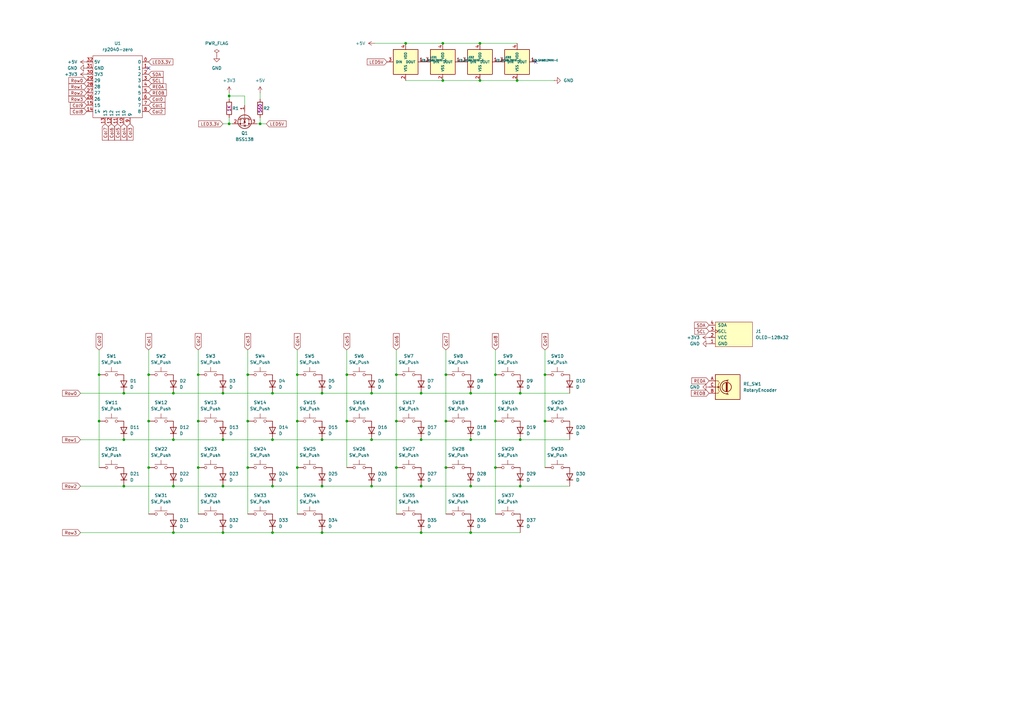
<source format=kicad_sch>
(kicad_sch (version 20231120) (generator "eeschema") (generator_version "8.0")
  (paper "A3")
  (lib_symbols
    (symbol "Device:D" (pin_numbers hide) (pin_names (offset 1.016) hide)
      (property "Reference" "D" (at 0 2.54 0))
      (property "Value" "D" (at 0 -2.54 0))
      (symbol "D_0_1"
        (polyline (pts (xy -1.27 1.27) (xy -1.27 -1.27)) (stroke (width 0.254)))
        (polyline (pts (xy 1.27 0) (xy -1.27 0)))
        (polyline (pts (xy 1.27 1.27) (xy 1.27 -1.27) (xy -1.27 0) (xy 1.27 1.27)) (stroke (width 0.254)))
      )
      (symbol "D_1_1"
        (pin passive line (at -3.81 0 0) (length 2.54) (name "K") (number "1"))
        (pin passive line (at 3.81 0 180) (length 2.54) (name "A") (number "2"))
      )
    )
    (symbol "Device:R" (pin_numbers hide) (pin_names (offset 0))
      (property "Reference" "R" (at 2.032 0 90))
      (property "Value" "R" (at 0 0 90))
      (symbol "R_0_1"
        (rectangle (start -1.016 -2.54) (end 1.016 2.54) (stroke (width 0.254)))
      )
      (symbol "R_1_1"
        (pin passive line (at 0 3.81 270) (length 1.27) (name "~") (number "1"))
        (pin passive line (at 0 -3.81 90) (length 1.27) (name "~") (number "2"))
      )
    )
    (symbol "Device:RotaryEncoder" (pin_names (offset 0.254) hide)
      (property "Reference" "SW" (at 0 6.604 0))
      (property "Value" "RotaryEncoder" (at 0 -6.604 0))
      (symbol "RotaryEncoder_0_1"
        (rectangle (start -5.08 5.08) (end 5.08 -5.08) (stroke (width 0.254)) (fill (type background)))
        (circle (center -3.81 0) (radius 0.254) (fill (type outline)))
        (circle (center -0.381 0) (radius 1.905) (stroke (width 0.254)))
        (arc (start -0.381 2.667) (mid -3.0988 -0.0635) (end -0.381 -2.794) (stroke (width 0.254)))
        (polyline (pts (xy -0.635 -1.778) (xy -0.635 1.778)) (stroke (width 0.254)))
        (polyline (pts (xy -0.381 -1.778) (xy -0.381 1.778)) (stroke (width 0.254)))
        (polyline (pts (xy -0.127 1.778) (xy -0.127 -1.778)) (stroke (width 0.254)))
        (polyline (pts (xy -5.08 -2.54) (xy -3.81 -2.54) (xy -3.81 -2.032)))
        (polyline (pts (xy -5.08 2.54) (xy -3.81 2.54) (xy -3.81 2.032)))
        (polyline (pts (xy 0.254 -3.048) (xy -0.508 -2.794) (xy 0.127 -2.413)) (stroke (width 0.254)))
        (polyline (pts (xy 0.254 2.921) (xy -0.508 2.667) (xy 0.127 2.286)) (stroke (width 0.254)))
        (polyline (pts (xy -5.08 0) (xy -3.81 0) (xy -3.81 -1.016) (xy -3.302 -2.032)))
        (polyline (pts (xy -4.318 0) (xy -3.81 0) (xy -3.81 1.016) (xy -3.302 2.032)))
      )
      (symbol "RotaryEncoder_1_1"
        (pin passive line (at -7.62 2.54 0) (length 2.54) (name "A") (number "A"))
        (pin passive line (at -7.62 -2.54 0) (length 2.54) (name "B") (number "B"))
        (pin passive line (at -7.62 0 0) (length 2.54) (name "C") (number "C"))
      )
    )
    (symbol "Salicylic_kbd:LED_SK6812MINI-E" (pin_names (offset 1.016))
      (property "Reference" "LED" (at 5.08 -10.16 0))
      (property "Value" "LED_SK6812MINI-E" (at 8.89 -8.89 0))
      (symbol "LED_SK6812MINI-E_0_1"
        (rectangle (start -5.08 5.08) (end 5.08 -5.08) (stroke (width 0.254)) (fill (type background)))
      )
      (symbol "LED_SK6812MINI-E_1_1"
        (pin output line (at 7.62 0 180) (length 2.54) (name "DOUT") (number "1"))
        (pin power_in line (at 0 -7.62 90) (length 2.54) (name "VSS") (number "2"))
        (pin input line (at -7.62 0 0) (length 2.54) (name "DIN") (number "3"))
        (pin power_in line (at 0 7.62 270) (length 2.54) (name "VDD") (number "4"))
      )
    )
    (symbol "Switch:SW_Push" (pin_numbers hide) (pin_names (offset 1.016) hide)
      (property "Reference" "SW" (at 1.27 2.54 0))
      (property "Value" "SW_Push" (at 0 -1.524 0))
      (symbol "SW_Push_0_1"
        (circle (center -2.032 0) (radius 0.508))
        (polyline (pts (xy 0 1.27) (xy 0 3.048)))
        (polyline (pts (xy 2.54 1.27) (xy -2.54 1.27)))
        (circle (center 2.032 0) (radius 0.508))
        (pin passive line (at -5.08 0 0) (length 2.54) (name "1") (number "1"))
        (pin passive line (at 5.08 0 180) (length 2.54) (name "2") (number "2"))
      )
    )
    (symbol "Transistor_FET:BSS138" (pin_names hide)
      (property "Reference" "Q" (at 5.08 1.905 0))
      (property "Value" "BSS138" (at 5.08 0 0))
      (symbol "BSS138_0_1"
        (polyline (pts (xy 0.254 0) (xy -2.54 0)))
        (polyline (pts (xy 0.254 1.905) (xy 0.254 -1.905)) (stroke (width 0.254)))
        (polyline (pts (xy 0.762 -1.27) (xy 0.762 -2.286)) (stroke (width 0.254)))
        (polyline (pts (xy 0.762 0.508) (xy 0.762 -0.508)) (stroke (width 0.254)))
        (polyline (pts (xy 0.762 2.286) (xy 0.762 1.27)) (stroke (width 0.254)))
        (polyline (pts (xy 2.54 2.54) (xy 2.54 1.778)))
        (polyline (pts (xy 2.54 -2.54) (xy 2.54 0) (xy 0.762 0)))
        (polyline (pts (xy 0.762 -1.778) (xy 3.302 -1.778) (xy 3.302 1.778) (xy 0.762 1.778)))
        (polyline (pts (xy 1.016 0) (xy 2.032 0.381) (xy 2.032 -0.381) (xy 1.016 0)) (fill (type outline)))
        (polyline (pts (xy 2.794 0.508) (xy 2.921 0.381) (xy 3.683 0.381) (xy 3.81 0.254)))
        (polyline (pts (xy 3.302 0.381) (xy 2.921 -0.254) (xy 3.683 -0.254) (xy 3.302 0.381)))
        (circle (center 1.651 0) (radius 2.794) (stroke (width 0.254)))
        (circle (center 2.54 -1.778) (radius 0.254) (fill (type outline)))
        (circle (center 2.54 1.778) (radius 0.254) (fill (type outline)))
      )
      (symbol "BSS138_1_1"
        (pin input line (at -5.08 0 0) (length 2.54) (name "G") (number "1"))
        (pin passive line (at 2.54 -5.08 90) (length 2.54) (name "S") (number "2"))
        (pin passive line (at 2.54 5.08 270) (length 2.54) (name "D") (number "3"))
      )
    )
    (symbol "display:OLED-128x32" (pin_names (offset 1.016))
      (property "Reference" "J" (at 0 -6.35 0))
      (property "Value" "OLED-128x32" (at 0 6.35 0))
      (symbol "OLED-128x32_0_1"
        (rectangle (start 0 5.08) (end 15.24 -5.08) (fill (type background)))
      )
      (symbol "OLED-128x32_1_1"
        (pin power_in line (at -2.54 -3.81 0) (length 2.54) (name "GND") (number "1"))
        (pin power_in line (at -2.54 -1.27 0) (length 2.54) (name "VCC") (number "2"))
        (pin input clock (at -2.54 1.27 0) (length 2.54) (name "SCL") (number "3"))
        (pin bidirectional line (at -2.54 3.81 0) (length 2.54) (name "SDA") (number "4"))
      )
    )
    (symbol "isw-mcu:RP2040-Zero"
      (property "Reference" "U" (at 0 17.78 0))
      (property "Value" "RP2040-Zero" (at 0 15.24 0))
      (symbol "RP2040-Zero_0_1"
        (rectangle (start -10.16 12.7) (end 10.16 -12.7))
      )
      (symbol "RP2040-Zero_1_1"
        (pin tri_state line (at 12.7 10.16 180) (length 2.54) (name "0") (number "0"))
        (pin bidirectional line (at 12.7 7.62 180) (length 2.54) (name "1") (number "1"))
        (pin bidirectional line (at 2.54 -15.24 90) (length 2.54) (name "10") (number "10"))
        (pin bidirectional line (at 0 -15.24 90) (length 2.54) (name "11") (number "11"))
        (pin bidirectional line (at -2.54 -15.24 90) (length 2.54) (name "12") (number "12"))
        (pin bidirectional line (at -5.08 -15.24 90) (length 2.54) (name "13") (number "13"))
        (pin bidirectional line (at -12.7 -10.16 0) (length 2.54) (name "14") (number "14"))
        (pin bidirectional line (at -12.7 -7.62 0) (length 2.54) (name "15") (number "15"))
        (pin bidirectional line (at 12.7 5.08 180) (length 2.54) (name "2") (number "2"))
        (pin bidirectional line (at -12.7 -5.08 0) (length 2.54) (name "26") (number "26"))
        (pin bidirectional line (at -12.7 -2.54 0) (length 2.54) (name "27") (number "27"))
        (pin bidirectional line (at -12.7 0 0) (length 2.54) (name "28") (number "28"))
        (pin bidirectional line (at -12.7 2.54 0) (length 2.54) (name "29") (number "29"))
        (pin bidirectional line (at 12.7 2.54 180) (length 2.54) (name "3") (number "3"))
        (pin power_out line (at -12.7 5.08 0) (length 2.54) (name "3V3") (number "30"))
        (pin power_in line (at -12.7 7.62 0) (length 2.54) (name "GND") (number "31"))
        (pin power_out line (at -12.7 10.16 0) (length 2.54) (name "5V") (number "32"))
        (pin bidirectional line (at 12.7 0 180) (length 2.54) (name "4") (number "4"))
        (pin bidirectional line (at 12.7 -2.54 180) (length 2.54) (name "5") (number "5"))
        (pin bidirectional line (at 12.7 -5.08 180) (length 2.54) (name "6") (number "6"))
        (pin bidirectional line (at 12.7 -7.62 180) (length 2.54) (name "7") (number "7"))
        (pin bidirectional line (at 12.7 -10.16 180) (length 2.54) (name "8") (number "8"))
        (pin bidirectional line (at 5.08 -15.24 90) (length 2.54) (name "9") (number "9"))
      )
    )
    (symbol "power:+3V3" (power) (pin_numbers hide) (pin_names (offset 0) hide)
      (property "Value" "+3V3" (at 0 3.556 0))
      (symbol "+3V3_0_1"
        (polyline (pts (xy -0.762 1.27) (xy 0 2.54)))
        (polyline (pts (xy 0 0) (xy 0 2.54)))
        (polyline (pts (xy 0 2.54) (xy 0.762 1.27)))
      )
      (symbol "+3V3_1_1"
        (pin power_in line (at 0 0 90) (length 0) (name "~") (number "1"))
      )
    )
    (symbol "power:+5V" (power) (pin_numbers hide) (pin_names (offset 0) hide)
      (property "Value" "+5V" (at 0 3.556 0))
      (symbol "+5V_0_1"
        (polyline (pts (xy -0.762 1.27) (xy 0 2.54)))
        (polyline (pts (xy 0 0) (xy 0 2.54)))
        (polyline (pts (xy 0 2.54) (xy 0.762 1.27)))
      )
      (symbol "+5V_1_1"
        (pin power_in line (at 0 0 90) (length 0) (name "~") (number "1"))
      )
    )
    (symbol "power:GND" (power) (pin_numbers hide) (pin_names (offset 0) hide)
      (property "Value" "GND" (at 0 -3.81 0))
      (symbol "GND_0_1"
        (polyline (pts (xy 0 0) (xy 0 -1.27) (xy 1.27 -1.27) (xy 0 -2.54) (xy -1.27 -1.27) (xy 0 -1.27)))
      )
      (symbol "GND_1_1"
        (pin power_in line (at 0 0 270) (length 0) (name "~") (number "1"))
      )
    )
    (symbol "power:PWR_FLAG" (power) (pin_numbers hide) (pin_names (offset 0) hide)
      (property "Value" "PWR_FLAG" (at 0 3.81 0))
      (symbol "PWR_FLAG_0_0"
        (pin power_out line (at 0 0 90) (length 0) (name "~") (number "1"))
      )
      (symbol "PWR_FLAG_0_1"
        (polyline (pts (xy 0 0) (xy 0 1.27) (xy -1.016 1.905) (xy 0 2.54) (xy 1.016 1.905) (xy 0 1.27)))
      )
    )
  )
  (junction (at 172.72 218.44))
  (junction (at 111.76 161.29))
  (junction (at 101.6 153.67))
  (junction (at 71.12 161.29))
  (junction (at 71.12 199.39))
  (junction (at 152.4 161.29))
  (junction (at 181.61 17.78))
  (junction (at 71.12 218.44))
  (junction (at 162.56 191.77))
  (junction (at 40.64 153.67))
  (junction (at 193.04 218.44))
  (junction (at 223.52 153.67))
  (junction (at 106.68 50.8))
  (junction (at 152.4 180.34))
  (junction (at 71.12 180.34))
  (junction (at 193.04 161.29))
  (junction (at 91.44 161.29))
  (junction (at 203.2 191.77))
  (junction (at 60.96 153.67))
  (junction (at 181.61 33.02))
  (junction (at 93.98 50.8))
  (junction (at 182.88 191.77))
  (junction (at 132.08 161.29))
  (junction (at 223.52 172.72))
  (junction (at 81.28 172.72))
  (junction (at 81.28 153.67))
  (junction (at 101.6 172.72))
  (junction (at 132.08 180.34))
  (junction (at 60.96 191.77))
  (junction (at 132.08 199.39))
  (junction (at 213.36 199.39))
  (junction (at 40.64 172.72))
  (junction (at 172.72 161.29))
  (junction (at 91.44 199.39))
  (junction (at 152.4 199.39))
  (junction (at 212.09 33.02))
  (junction (at 121.92 153.67))
  (junction (at 111.76 199.39))
  (junction (at 162.56 172.72))
  (junction (at 121.92 191.77))
  (junction (at 196.85 33.02))
  (junction (at 111.76 180.34))
  (junction (at 111.76 218.44))
  (junction (at 193.04 199.39))
  (junction (at 193.04 180.34))
  (junction (at 60.96 172.72))
  (junction (at 142.24 153.67))
  (junction (at 166.37 17.78))
  (junction (at 132.08 218.44))
  (junction (at 213.36 180.34))
  (junction (at 182.88 153.67))
  (junction (at 50.8 180.34))
  (junction (at 121.92 172.72))
  (junction (at 50.8 199.39))
  (junction (at 172.72 180.34))
  (junction (at 182.88 172.72))
  (junction (at 81.28 191.77))
  (junction (at 162.56 153.67))
  (junction (at 213.36 161.29))
  (junction (at 142.24 172.72))
  (junction (at 91.44 180.34))
  (junction (at 196.85 17.78))
  (junction (at 101.6 191.77))
  (junction (at 172.72 199.39))
  (junction (at 50.8 161.29))
  (junction (at 203.2 153.67))
  (junction (at 93.98 39.37))
  (junction (at 203.2 172.72))
  (junction (at 91.44 218.44))
  (no_connect (at 219.71 25.4))
  (no_connect (at 60.96 27.94))
  (wire (pts (xy 172.72 199.39) (xy 193.04 199.39)))
  (wire (pts (xy 71.12 218.44) (xy 91.44 218.44)))
  (wire (pts (xy 81.28 153.67) (xy 81.28 172.72)))
  (wire (pts (xy 33.02 161.29) (xy 50.8 161.29)))
  (wire (pts (xy 182.88 143.51) (xy 182.88 153.67)))
  (wire (pts (xy 132.08 180.34) (xy 111.76 180.34)))
  (wire (pts (xy 152.4 180.34) (xy 132.08 180.34)))
  (wire (pts (xy 33.02 199.39) (xy 50.8 199.39)))
  (wire (pts (xy 193.04 218.44) (xy 213.36 218.44)))
  (wire (pts (xy 162.56 191.77) (xy 162.56 210.82)))
  (wire (pts (xy 101.6 191.77) (xy 101.6 210.82)))
  (wire (pts (xy 213.36 161.29) (xy 233.68 161.29)))
  (wire (pts (xy 142.24 153.67) (xy 142.24 172.72)))
  (wire (pts (xy 233.68 180.34) (xy 213.36 180.34)))
  (wire (pts (xy 166.37 33.02) (xy 181.61 33.02)))
  (wire (pts (xy 50.8 161.29) (xy 71.12 161.29)))
  (wire (pts (xy 203.2 143.51) (xy 203.2 153.67)))
  (wire (pts (xy 111.76 161.29) (xy 132.08 161.29)))
  (wire (pts (xy 223.52 153.67) (xy 223.52 172.72)))
  (wire (pts (xy 60.96 191.77) (xy 60.96 210.82)))
  (wire (pts (xy 60.96 153.67) (xy 60.96 172.72)))
  (wire (pts (xy 166.37 17.78) (xy 181.61 17.78)))
  (wire (pts (xy 100.33 39.37) (xy 93.98 39.37)))
  (wire (pts (xy 172.72 218.44) (xy 193.04 218.44)))
  (wire (pts (xy 91.44 180.34) (xy 71.12 180.34)))
  (wire (pts (xy 182.88 172.72) (xy 182.88 191.77)))
  (wire (pts (xy 162.56 153.67) (xy 162.56 172.72)))
  (wire (pts (xy 101.6 153.67) (xy 101.6 172.72)))
  (wire (pts (xy 223.52 143.51) (xy 223.52 153.67)))
  (wire (pts (xy 203.2 191.77) (xy 203.2 210.82)))
  (wire (pts (xy 60.96 172.72) (xy 60.96 191.77)))
  (wire (pts (xy 172.72 161.29) (xy 193.04 161.29)))
  (wire (pts (xy 182.88 153.67) (xy 182.88 172.72)))
  (wire (pts (xy 100.33 43.18) (xy 100.33 39.37)))
  (wire (pts (xy 196.85 17.78) (xy 212.09 17.78)))
  (wire (pts (xy 81.28 143.51) (xy 81.28 153.67)))
  (wire (pts (xy 162.56 172.72) (xy 162.56 191.77)))
  (wire (pts (xy 193.04 180.34) (xy 172.72 180.34)))
  (wire (pts (xy 93.98 48.26) (xy 93.98 50.8)))
  (wire (pts (xy 93.98 50.8) (xy 95.25 50.8)))
  (wire (pts (xy 132.08 218.44) (xy 172.72 218.44)))
  (wire (pts (xy 121.92 172.72) (xy 121.92 191.77)))
  (wire (pts (xy 40.64 172.72) (xy 40.64 191.77)))
  (wire (pts (xy 203.2 172.72) (xy 203.2 191.77)))
  (wire (pts (xy 105.41 50.8) (xy 106.68 50.8)))
  (wire (pts (xy 106.68 48.26) (xy 106.68 50.8)))
  (wire (pts (xy 81.28 172.72) (xy 81.28 191.77)))
  (wire (pts (xy 213.36 199.39) (xy 233.68 199.39)))
  (wire (pts (xy 91.44 161.29) (xy 111.76 161.29)))
  (wire (pts (xy 91.44 218.44) (xy 111.76 218.44)))
  (wire (pts (xy 132.08 161.29) (xy 152.4 161.29)))
  (wire (pts (xy 91.44 50.8) (xy 93.98 50.8)))
  (wire (pts (xy 93.98 38.1) (xy 93.98 39.37)))
  (wire (pts (xy 193.04 199.39) (xy 213.36 199.39)))
  (wire (pts (xy 182.88 191.77) (xy 182.88 210.82)))
  (wire (pts (xy 111.76 180.34) (xy 91.44 180.34)))
  (wire (pts (xy 111.76 218.44) (xy 132.08 218.44)))
  (wire (pts (xy 111.76 199.39) (xy 132.08 199.39)))
  (wire (pts (xy 193.04 161.29) (xy 213.36 161.29)))
  (wire (pts (xy 121.92 153.67) (xy 121.92 172.72)))
  (wire (pts (xy 71.12 199.39) (xy 91.44 199.39)))
  (wire (pts (xy 121.92 191.77) (xy 121.92 210.82)))
  (wire (pts (xy 162.56 143.51) (xy 162.56 153.67)))
  (wire (pts (xy 172.72 180.34) (xy 152.4 180.34)))
  (wire (pts (xy 196.85 33.02) (xy 212.09 33.02)))
  (wire (pts (xy 153.67 17.78) (xy 166.37 17.78)))
  (wire (pts (xy 91.44 199.39) (xy 111.76 199.39)))
  (wire (pts (xy 203.2 153.67) (xy 203.2 172.72)))
  (wire (pts (xy 223.52 172.72) (xy 223.52 191.77)))
  (wire (pts (xy 101.6 143.51) (xy 101.6 153.67)))
  (wire (pts (xy 33.02 218.44) (xy 71.12 218.44)))
  (wire (pts (xy 40.64 153.67) (xy 40.64 172.72)))
  (wire (pts (xy 142.24 143.51) (xy 142.24 153.67)))
  (wire (pts (xy 181.61 33.02) (xy 196.85 33.02)))
  (wire (pts (xy 93.98 39.37) (xy 93.98 40.64)))
  (wire (pts (xy 60.96 143.51) (xy 60.96 153.67)))
  (wire (pts (xy 142.24 172.72) (xy 142.24 191.77)))
  (wire (pts (xy 101.6 172.72) (xy 101.6 191.77)))
  (wire (pts (xy 71.12 180.34) (xy 50.8 180.34)))
  (wire (pts (xy 106.68 50.8) (xy 109.22 50.8)))
  (wire (pts (xy 132.08 199.39) (xy 152.4 199.39)))
  (wire (pts (xy 212.09 33.02) (xy 227.33 33.02)))
  (wire (pts (xy 71.12 161.29) (xy 91.44 161.29)))
  (wire (pts (xy 152.4 161.29) (xy 172.72 161.29)))
  (wire (pts (xy 181.61 17.78) (xy 196.85 17.78)))
  (wire (pts (xy 106.68 38.1) (xy 106.68 40.64)))
  (wire (pts (xy 213.36 180.34) (xy 193.04 180.34)))
  (wire (pts (xy 121.92 143.51) (xy 121.92 153.67)))
  (wire (pts (xy 81.28 191.77) (xy 81.28 210.82)))
  (wire (pts (xy 152.4 199.39) (xy 172.72 199.39)))
  (wire (pts (xy 33.02 180.34) (xy 50.8 180.34)))
  (wire (pts (xy 50.8 199.39) (xy 71.12 199.39)))
  (wire (pts (xy 40.64 143.51) (xy 40.64 153.67)))
  (global_label "Row3" (shape input) (at 35.56 40.64 180) (property "Intersheetrefs" "${INTERSHEET_REFS}" (effects (hide yes))))
  (global_label "Col0" (shape input) (at 60.96 40.64 0) (property "Intersheetrefs" "${INTERSHEET_REFS}" (effects (hide yes))))
  (global_label "Col6" (shape input) (at 162.56 143.51 90) (property "Intersheetrefs" "${INTERSHEET_REFS}" (effects (hide yes))))
  (global_label "LED5V" (shape input) (at 109.22 50.8 0) (property "Intersheetrefs" "${INTERSHEET_REFS}" (effects (hide yes))))
  (global_label "Col3" (shape input) (at 53.34 50.8 270) (property "Intersheetrefs" "${INTERSHEET_REFS}" (effects (hide yes))))
  (global_label "Col7" (shape input) (at 182.88 143.51 90) (property "Intersheetrefs" "${INTERSHEET_REFS}" (effects (hide yes))))
  (global_label "Col5" (shape input) (at 142.24 143.51 90) (property "Intersheetrefs" "${INTERSHEET_REFS}" (effects (hide yes))))
  (global_label "Row0" (shape input) (at 33.02 161.29 180) (property "Intersheetrefs" "${INTERSHEET_REFS}" (effects (hide yes))))
  (global_label "Row1" (shape input) (at 35.56 35.56 180) (property "Intersheetrefs" "${INTERSHEET_REFS}" (effects (hide yes))))
  (global_label "Col5" (shape input) (at 48.26 50.8 270) (property "Intersheetrefs" "${INTERSHEET_REFS}" (effects (hide yes))))
  (global_label "Col9" (shape input) (at 35.56 43.18 180) (property "Intersheetrefs" "${INTERSHEET_REFS}" (effects (hide yes))))
  (global_label "SCL" (shape input) (at 290.83 135.89 180) (property "Intersheetrefs" "${INTERSHEET_REFS}" (effects (hide yes))))
  (global_label "Col8" (shape input) (at 35.56 45.72 180) (property "Intersheetrefs" "${INTERSHEET_REFS}" (effects (hide yes))))
  (global_label "SCL" (shape input) (at 60.96 33.02 0) (property "Intersheetrefs" "${INTERSHEET_REFS}" (effects (hide yes))))
  (global_label "RE0A" (shape input) (at 290.83 156.21 180) (property "Intersheetrefs" "${INTERSHEET_REFS}" (effects (hide yes))))
  (global_label "Col2" (shape input) (at 81.28 143.51 90) (property "Intersheetrefs" "${INTERSHEET_REFS}" (effects (hide yes))))
  (global_label "Col1" (shape input) (at 60.96 43.18 0) (property "Intersheetrefs" "${INTERSHEET_REFS}" (effects (hide yes))))
  (global_label "Col7" (shape input) (at 43.18 50.8 270) (property "Intersheetrefs" "${INTERSHEET_REFS}" (effects (hide yes))))
  (global_label "Row2" (shape input) (at 35.56 38.1 180) (property "Intersheetrefs" "${INTERSHEET_REFS}" (effects (hide yes))))
  (global_label "LED3.3V" (shape input) (at 60.96 25.4 0) (property "Intersheetrefs" "${INTERSHEET_REFS}" (effects (hide yes))))
  (global_label "SDA" (shape input) (at 60.96 30.48 0) (property "Intersheetrefs" "${INTERSHEET_REFS}" (effects (hide yes))))
  (global_label "Row3" (shape input) (at 33.02 218.44 180) (property "Intersheetrefs" "${INTERSHEET_REFS}" (effects (hide yes))))
  (global_label "LED5V" (shape input) (at 158.75 25.4 180) (property "Intersheetrefs" "${INTERSHEET_REFS}" (effects (hide yes))))
  (global_label "Row1" (shape input) (at 33.02 180.34 180) (property "Intersheetrefs" "${INTERSHEET_REFS}" (effects (hide yes))))
  (global_label "Col3" (shape input) (at 101.6 143.51 90) (property "Intersheetrefs" "${INTERSHEET_REFS}" (effects (hide yes))))
  (global_label "Row0" (shape input) (at 35.56 33.02 180) (property "Intersheetrefs" "${INTERSHEET_REFS}" (effects (hide yes))))
  (global_label "RE0B" (shape input) (at 290.83 161.29 180) (property "Intersheetrefs" "${INTERSHEET_REFS}" (effects (hide yes))))
  (global_label "Col6" (shape input) (at 45.72 50.8 270) (property "Intersheetrefs" "${INTERSHEET_REFS}" (effects (hide yes))))
  (global_label "SDA" (shape input) (at 290.83 133.35 180) (property "Intersheetrefs" "${INTERSHEET_REFS}" (effects (hide yes))))
  (global_label "LED3.3V" (shape input) (at 91.44 50.8 180) (property "Intersheetrefs" "${INTERSHEET_REFS}" (effects (hide yes))))
  (global_label "Row2" (shape input) (at 33.02 199.39 180) (property "Intersheetrefs" "${INTERSHEET_REFS}" (effects (hide yes))))
  (global_label "RE0A" (shape input) (at 60.96 35.56 0) (property "Intersheetrefs" "${INTERSHEET_REFS}" (effects (hide yes))))
  (global_label "Col8" (shape input) (at 203.2 143.51 90) (property "Intersheetrefs" "${INTERSHEET_REFS}" (effects (hide yes))))
  (global_label "Col0" (shape input) (at 40.64 143.51 90) (property "Intersheetrefs" "${INTERSHEET_REFS}" (effects (hide yes))))
  (global_label "RE0B" (shape input) (at 60.96 38.1 0) (property "Intersheetrefs" "${INTERSHEET_REFS}" (effects (hide yes))))
  (global_label "Col1" (shape input) (at 60.96 143.51 90) (property "Intersheetrefs" "${INTERSHEET_REFS}" (effects (hide yes))))
  (global_label "Col9" (shape input) (at 223.52 143.51 90) (property "Intersheetrefs" "${INTERSHEET_REFS}" (effects (hide yes))))
  (global_label "Col4" (shape input) (at 121.92 143.51 90) (property "Intersheetrefs" "${INTERSHEET_REFS}" (effects (hide yes))))
  (global_label "Col4" (shape input) (at 50.8 50.8 270) (property "Intersheetrefs" "${INTERSHEET_REFS}" (effects (hide yes))))
  (global_label "Col2" (shape input) (at 60.96 45.72 0) (property "Intersheetrefs" "${INTERSHEET_REFS}" (effects (hide yes))))
  (symbol (lib_id "isw-mcu:RP2040-Zero") (at 48.26 35.56 0) (unit 1)
    (property "Reference" "U1" (at 48.26 17.78 0))
    (property "Value" "rp2040-zero" (at 48.26 20.32 0))
    (property "Footprint" "isw-kbd:RP2040-Zero-THT" (effects (hide yes)))
  )
  (symbol (lib_id "Salicylic_kbd:LED_SK6812MINI-E") (at 212.09 25.4 0) (unit 1)
    (property "Reference" "LED4" (effects (hide yes)))
    (property "Value" "LED_SK6812MINI-E" (at 223.52 24.7349 0) (effects (font (size 0.7366 0.7366))))
    (property "Footprint" "kbd_Parts:LED_SK6812MINI-E_BL" (effects (hide yes)))
  )
  (symbol (lib_id "Device:D") (at 172.72 157.48 90) (unit 1)
    (property "Reference" "D7" (at 175.26 156.21 90) (effects (justify right)))
    (property "Value" "D" (at 175.26 158.75 90) (effects (justify right)))
    (property "Footprint" "kbd_Parts:Diode_SMD" (effects (hide yes)))
    (property "Sim.Device" "D" (effects (hide yes)))
    (property "Sim.Pins" "1=K 2=A" (effects (hide yes)))
  )
  (symbol (lib_id "Switch:SW_Push") (at 147.32 191.77 0) (unit 1)
    (property "Reference" "SW26" (at 147.32 184.15 0))
    (property "Value" "SW_Push" (at 147.32 186.69 0))
    (property "Footprint" "kbd_SW_edited:CherryMX_Hotswap_1u" (effects (hide yes)))
  )
  (symbol (lib_id "Device:D") (at 152.4 195.58 90) (unit 1)
    (property "Reference" "D26" (at 154.94 194.31 90) (effects (justify right)))
    (property "Value" "D" (at 154.94 196.85 90) (effects (justify right)))
    (property "Footprint" "kbd_Parts:Diode_SMD" (effects (hide yes)))
    (property "Sim.Device" "D" (effects (hide yes)))
    (property "Sim.Pins" "1=K 2=A" (effects (hide yes)))
  )
  (symbol (lib_id "Device:RotaryEncoder") (at 298.45 158.75 0) (unit 1)
    (property "Reference" "RE_SW1" (at 304.8 157.4799 0) (effects (justify left)))
    (property "Value" "RotaryEncoder" (at 304.8 160.0199 0) (effects (justify left)))
    (property "Footprint" "THQWGD001:THQWGD001" (effects (hide yes)))
    (property "Description" "Rotary encoder, dual channel, incremental quadrate outputs" (effects (hide yes)))
  )
  (symbol (lib_id "Device:D") (at 233.68 157.48 90) (unit 1)
    (property "Reference" "D10" (at 236.22 156.21 90) (effects (justify right)))
    (property "Value" "D" (at 236.22 158.75 90) (effects (justify right)))
    (property "Footprint" "kbd_Parts:Diode_SMD" (effects (hide yes)))
    (property "Sim.Device" "D" (effects (hide yes)))
    (property "Sim.Pins" "1=K 2=A" (effects (hide yes)))
  )
  (symbol (lib_id "power:+5V") (at 106.68 38.1 0) (unit 1)
    (property "Reference" "#PWR08" (effects (hide yes)))
    (property "Value" "+5V" (at 106.68 33.02 0))
    (property "Description" "Power symbol creates a global label with name \"+5V\"" (effects (hide yes)))
  )
  (symbol (lib_id "Device:D") (at 213.36 157.48 90) (unit 1)
    (property "Reference" "D9" (at 215.9 156.21 90) (effects (justify right)))
    (property "Value" "D" (at 215.9 158.75 90) (effects (justify right)))
    (property "Footprint" "kbd_Parts:Diode_SMD" (effects (hide yes)))
    (property "Sim.Device" "D" (effects (hide yes)))
    (property "Sim.Pins" "1=K 2=A" (effects (hide yes)))
  )
  (symbol (lib_id "Device:D") (at 172.72 214.63 90) (unit 1)
    (property "Reference" "D35" (at 175.26 213.36 90) (effects (justify right)))
    (property "Value" "D" (at 175.26 215.9 90) (effects (justify right)))
    (property "Footprint" "kbd_Parts:Diode_SMD" (effects (hide yes)))
    (property "Sim.Device" "D" (effects (hide yes)))
    (property "Sim.Pins" "1=K 2=A" (effects (hide yes)))
  )
  (symbol (lib_id "Device:D") (at 132.08 157.48 90) (unit 1)
    (property "Reference" "D5" (at 134.62 156.21 90) (effects (justify right)))
    (property "Value" "D" (at 134.62 158.75 90) (effects (justify right)))
    (property "Footprint" "kbd_Parts:Diode_SMD" (effects (hide yes)))
    (property "Sim.Device" "D" (effects (hide yes)))
    (property "Sim.Pins" "1=K 2=A" (effects (hide yes)))
  )
  (symbol (lib_id "Device:D") (at 213.36 176.53 90) (unit 1)
    (property "Reference" "D19" (at 215.9 175.26 90) (effects (justify right)))
    (property "Value" "D" (at 215.9 177.8 90) (effects (justify right)))
    (property "Footprint" "kbd_Parts:Diode_SMD" (effects (hide yes)))
    (property "Sim.Device" "D" (effects (hide yes)))
    (property "Sim.Pins" "1=K 2=A" (effects (hide yes)))
  )
  (symbol (lib_id "Device:D") (at 193.04 157.48 90) (unit 1)
    (property "Reference" "D8" (at 195.58 156.21 90) (effects (justify right)))
    (property "Value" "D" (at 195.58 158.75 90) (effects (justify right)))
    (property "Footprint" "kbd_Parts:Diode_SMD" (effects (hide yes)))
    (property "Sim.Device" "D" (effects (hide yes)))
    (property "Sim.Pins" "1=K 2=A" (effects (hide yes)))
  )
  (symbol (lib_id "Switch:SW_Push") (at 147.32 172.72 0) (unit 1)
    (property "Reference" "SW16" (at 147.32 165.1 0))
    (property "Value" "SW_Push" (at 147.32 167.64 0))
    (property "Footprint" "kbd_SW_edited:CherryMX_Hotswap_1u" (effects (hide yes)))
  )
  (symbol (lib_id "Switch:SW_Push") (at 187.96 210.82 0) (unit 1)
    (property "Reference" "SW36" (at 187.96 203.2 0))
    (property "Value" "SW_Push" (at 187.96 205.74 0))
    (property "Footprint" "kbd_SW_edited:CherryMX_Hotswap_1u" (effects (hide yes)))
  )
  (symbol (lib_id "Device:D") (at 91.44 176.53 90) (unit 1)
    (property "Reference" "D13" (at 93.98 175.26 90) (effects (justify right)))
    (property "Value" "D" (at 93.98 177.8 90) (effects (justify right)))
    (property "Footprint" "kbd_Parts:Diode_SMD" (effects (hide yes)))
    (property "Sim.Device" "D" (effects (hide yes)))
    (property "Sim.Pins" "1=K 2=A" (effects (hide yes)))
  )
  (symbol (lib_id "Switch:SW_Push") (at 127 191.77 0) (unit 1)
    (property "Reference" "SW25" (at 127 184.15 0))
    (property "Value" "SW_Push" (at 127 186.69 0))
    (property "Footprint" "kbd_SW_edited:CherryMX_Hotswap_1u" (effects (hide yes)))
  )
  (symbol (lib_id "Device:D") (at 233.68 195.58 90) (unit 1)
    (property "Reference" "D30" (at 236.22 194.31 90) (effects (justify right)))
    (property "Value" "D" (at 236.22 196.85 90) (effects (justify right)))
    (property "Footprint" "kbd_Parts:Diode_SMD" (effects (hide yes)))
    (property "Sim.Device" "D" (effects (hide yes)))
    (property "Sim.Pins" "1=K 2=A" (effects (hide yes)))
  )
  (symbol (lib_id "Device:D") (at 213.36 195.58 90) (unit 1)
    (property "Reference" "D29" (at 215.9 194.31 90) (effects (justify right)))
    (property "Value" "D" (at 215.9 196.85 90) (effects (justify right)))
    (property "Footprint" "kbd_Parts:Diode_SMD" (effects (hide yes)))
    (property "Sim.Device" "D" (effects (hide yes)))
    (property "Sim.Pins" "1=K 2=A" (effects (hide yes)))
  )
  (symbol (lib_id "Device:D") (at 132.08 195.58 90) (unit 1)
    (property "Reference" "D25" (at 134.62 194.31 90) (effects (justify right)))
    (property "Value" "D" (at 134.62 196.85 90) (effects (justify right)))
    (property "Footprint" "kbd_Parts:Diode_SMD" (effects (hide yes)))
    (property "Sim.Device" "D" (effects (hide yes)))
    (property "Sim.Pins" "1=K 2=A" (effects (hide yes)))
  )
  (symbol (lib_id "Device:D") (at 152.4 157.48 90) (unit 1)
    (property "Reference" "D6" (at 154.94 156.21 90) (effects (justify right)))
    (property "Value" "D" (at 154.94 158.75 90) (effects (justify right)))
    (property "Footprint" "kbd_Parts:Diode_SMD" (effects (hide yes)))
    (property "Sim.Device" "D" (effects (hide yes)))
    (property "Sim.Pins" "1=K 2=A" (effects (hide yes)))
  )
  (symbol (lib_id "power:+3V3") (at 290.83 138.43 90) (unit 1)
    (property "Reference" "#PWR09" (effects (hide yes)))
    (property "Value" "+3V3" (at 287.02 138.4299 90) (effects (justify left)))
    (property "Description" "Power symbol creates a global label with name \"+3V3\"" (effects (hide yes)))
  )
  (symbol (lib_id "Device:D") (at 91.44 214.63 90) (unit 1)
    (property "Reference" "D32" (at 93.98 213.36 90) (effects (justify right)))
    (property "Value" "D" (at 93.98 215.9 90) (effects (justify right)))
    (property "Footprint" "kbd_Parts:Diode_SMD" (effects (hide yes)))
    (property "Sim.Device" "D" (effects (hide yes)))
    (property "Sim.Pins" "1=K 2=A" (effects (hide yes)))
  )
  (symbol (lib_id "power:+5V") (at 153.67 17.78 90) (unit 1)
    (property "Reference" "#PWR01" (effects (hide yes)))
    (property "Value" "+5V" (at 149.86 17.78 90) (effects (justify left)))
    (property "Description" "Power symbol creates a global label with name \"+5V\"" (effects (hide yes)))
  )
  (symbol (lib_id "Switch:SW_Push") (at 167.64 210.82 0) (unit 1)
    (property "Reference" "SW35" (at 167.64 203.2 0))
    (property "Value" "SW_Push" (at 167.64 205.74 0))
    (property "Footprint" "kbd_SW_edited:CherryMX_Hotswap_1u" (effects (hide yes)))
  )
  (symbol (lib_id "Device:D") (at 132.08 176.53 90) (unit 1)
    (property "Reference" "D15" (at 134.62 175.26 90) (effects (justify right)))
    (property "Value" "D" (at 134.62 177.8 90) (effects (justify right)))
    (property "Footprint" "kbd_Parts:Diode_SMD" (effects (hide yes)))
    (property "Sim.Device" "D" (effects (hide yes)))
    (property "Sim.Pins" "1=K 2=A" (effects (hide yes)))
  )
  (symbol (lib_id "Device:D") (at 152.4 176.53 90) (unit 1)
    (property "Reference" "D16" (at 154.94 175.26 90) (effects (justify right)))
    (property "Value" "D" (at 154.94 177.8 90) (effects (justify right)))
    (property "Footprint" "kbd_Parts:Diode_SMD" (effects (hide yes)))
    (property "Sim.Device" "D" (effects (hide yes)))
    (property "Sim.Pins" "1=K 2=A" (effects (hide yes)))
  )
  (symbol (lib_id "Device:D") (at 111.76 157.48 90) (unit 1)
    (property "Reference" "D4" (at 114.3 156.21 90) (effects (justify right)))
    (property "Value" "D" (at 114.3 158.75 90) (effects (justify right)))
    (property "Footprint" "kbd_Parts:Diode_SMD" (effects (hide yes)))
    (property "Sim.Device" "D" (effects (hide yes)))
    (property "Sim.Pins" "1=K 2=A" (effects (hide yes)))
  )
  (symbol (lib_id "Switch:SW_Push") (at 86.36 153.67 0) (unit 1)
    (property "Reference" "SW3" (at 86.36 146.05 0))
    (property "Value" "SW_Push" (at 86.36 148.59 0))
    (property "Footprint" "kbd_SW_edited:CherryMX_Hotswap_1u" (effects (hide yes)))
  )
  (symbol (lib_id "Switch:SW_Push") (at 187.96 172.72 0) (unit 1)
    (property "Reference" "SW18" (at 187.96 165.1 0))
    (property "Value" "SW_Push" (at 187.96 167.64 0))
    (property "Footprint" "kbd_SW_edited:CherryMX_Hotswap_1u" (effects (hide yes)))
  )
  (symbol (lib_id "Device:D") (at 172.72 195.58 90) (unit 1)
    (property "Reference" "D27" (at 175.26 194.31 90) (effects (justify right)))
    (property "Value" "D" (at 175.26 196.85 90) (effects (justify right)))
    (property "Footprint" "kbd_Parts:Diode_SMD" (effects (hide yes)))
    (property "Sim.Device" "D" (effects (hide yes)))
    (property "Sim.Pins" "1=K 2=A" (effects (hide yes)))
  )
  (symbol (lib_id "Device:D") (at 193.04 195.58 90) (unit 1)
    (property "Reference" "D28" (at 195.58 194.31 90) (effects (justify right)))
    (property "Value" "D" (at 195.58 196.85 90) (effects (justify right)))
    (property "Footprint" "kbd_Parts:Diode_SMD" (effects (hide yes)))
    (property "Sim.Device" "D" (effects (hide yes)))
    (property "Sim.Pins" "1=K 2=A" (effects (hide yes)))
  )
  (symbol (lib_id "Switch:SW_Push") (at 66.04 191.77 0) (unit 1)
    (property "Reference" "SW22" (at 66.04 184.15 0))
    (property "Value" "SW_Push" (at 66.04 186.69 0))
    (property "Footprint" "kbd_SW_edited:CherryMX_Hotswap_1u" (effects (hide yes)))
  )
  (symbol (lib_id "Salicylic_kbd:LED_SK6812MINI-E") (at 166.37 25.4 0) (unit 1)
    (property "Reference" "LED1" (at 177.8 23.4649 0) (effects (font (size 0.7366 0.7366))))
    (property "Value" "LED_SK6812MINI-E" (at 177.8 24.7349 0) (effects (font (size 0.7366 0.7366))))
    (property "Footprint" "kbd_Parts:LED_SK6812MINI-E_BL" (effects (hide yes)))
  )
  (symbol (lib_id "Switch:SW_Push") (at 208.28 153.67 0) (unit 1)
    (property "Reference" "SW9" (at 208.28 146.05 0))
    (property "Value" "SW_Push" (at 208.28 148.59 0))
    (property "Footprint" "kbd_SW_edited:CherryMX_Hotswap_1u" (effects (hide yes)))
  )
  (symbol (lib_id "Device:D") (at 233.68 176.53 90) (unit 1)
    (property "Reference" "D20" (at 236.22 175.26 90) (effects (justify right)))
    (property "Value" "D" (at 236.22 177.8 90) (effects (justify right)))
    (property "Footprint" "kbd_Parts:Diode_SMD" (effects (hide yes)))
    (property "Sim.Device" "D" (effects (hide yes)))
    (property "Sim.Pins" "1=K 2=A" (effects (hide yes)))
  )
  (symbol (lib_id "Switch:SW_Push") (at 86.36 172.72 0) (unit 1)
    (property "Reference" "SW13" (at 86.36 165.1 0))
    (property "Value" "SW_Push" (at 86.36 167.64 0))
    (property "Footprint" "kbd_SW_edited:CherryMX_Hotswap_1u" (effects (hide yes)))
  )
  (symbol (lib_id "Device:D") (at 111.76 214.63 90) (unit 1)
    (property "Reference" "D33" (at 114.3 213.36 90) (effects (justify right)))
    (property "Value" "D" (at 114.3 215.9 90) (effects (justify right)))
    (property "Footprint" "kbd_Parts:Diode_SMD" (effects (hide yes)))
    (property "Sim.Device" "D" (effects (hide yes)))
    (property "Sim.Pins" "1=K 2=A" (effects (hide yes)))
  )
  (symbol (lib_id "Device:D") (at 50.8 176.53 90) (unit 1)
    (property "Reference" "D11" (at 53.34 175.26 90) (effects (justify right)))
    (property "Value" "D" (at 53.34 177.8 90) (effects (justify right)))
    (property "Footprint" "kbd_Parts:Diode_SMD" (effects (hide yes)))
    (property "Sim.Device" "D" (effects (hide yes)))
    (property "Sim.Pins" "1=K 2=A" (effects (hide yes)))
  )
  (symbol (lib_id "Switch:SW_Push") (at 167.64 172.72 0) (unit 1)
    (property "Reference" "SW17" (at 167.64 165.1 0))
    (property "Value" "SW_Push" (at 167.64 167.64 0))
    (property "Footprint" "kbd_SW_edited:CherryMX_Hotswap_1u" (effects (hide yes)))
  )
  (symbol (lib_id "Switch:SW_Push") (at 147.32 153.67 0) (unit 1)
    (property "Reference" "SW6" (at 147.32 146.05 0))
    (property "Value" "SW_Push" (at 147.32 148.59 0))
    (property "Footprint" "kbd_SW_edited:CherryMX_Hotswap_1u" (effects (hide yes)))
  )
  (symbol (lib_id "Device:D") (at 213.36 214.63 90) (unit 1)
    (property "Reference" "D37" (at 215.9 213.36 90) (effects (justify right)))
    (property "Value" "D" (at 215.9 215.9 90) (effects (justify right)))
    (property "Footprint" "kbd_Parts:Diode_SMD" (effects (hide yes)))
    (property "Sim.Device" "D" (effects (hide yes)))
    (property "Sim.Pins" "1=K 2=A" (effects (hide yes)))
  )
  (symbol (lib_id "Switch:SW_Push") (at 208.28 210.82 0) (unit 1)
    (property "Reference" "SW37" (at 208.28 203.2 0))
    (property "Value" "SW_Push" (at 208.28 205.74 0))
    (property "Footprint" "kbd_SW_edited:CherryMX_Hotswap_1u" (effects (hide yes)))
  )
  (symbol (lib_id "power:PWR_FLAG") (at 88.9 22.86 0) (unit 1)
    (property "Reference" "#FLG01" (effects (hide yes)))
    (property "Value" "PWR_FLAG" (at 88.9 17.78 0))
    (property "Description" "Special symbol for telling ERC where power comes from" (effects (hide yes)))
  )
  (symbol (lib_id "display:OLED-128x32") (at 293.37 137.16 0) (unit 1)
    (property "Reference" "J1" (at 309.88 135.89 0) (effects (justify left)))
    (property "Value" "OLED-128x32" (at 309.88 138.43 0) (effects (justify left)))
    (property "Footprint" "isw-kbd:StickPointV" (effects (hide yes)))
  )
  (symbol (lib_id "Switch:SW_Push") (at 45.72 153.67 0) (unit 1)
    (property "Reference" "SW1" (at 45.72 146.05 0))
    (property "Value" "SW_Push" (at 45.72 148.59 0))
    (property "Footprint" "kbd_SW_edited:CherryMX_Hotswap_1u" (effects (hide yes)))
  )
  (symbol (lib_id "Device:D") (at 50.8 195.58 90) (unit 1)
    (property "Reference" "D21" (at 53.34 194.31 90) (effects (justify right)))
    (property "Value" "D" (at 53.34 196.85 90) (effects (justify right)))
    (property "Footprint" "kbd_Parts:Diode_SMD" (effects (hide yes)))
    (property "Sim.Device" "D" (effects (hide yes)))
    (property "Sim.Pins" "1=K 2=A" (effects (hide yes)))
  )
  (symbol (lib_id "Device:D") (at 71.12 214.63 90) (unit 1)
    (property "Reference" "D31" (at 73.66 213.36 90) (effects (justify right)))
    (property "Value" "D" (at 73.66 215.9 90) (effects (justify right)))
    (property "Footprint" "kbd_Parts:Diode_SMD" (effects (hide yes)))
    (property "Sim.Device" "D" (effects (hide yes)))
    (property "Sim.Pins" "1=K 2=A" (effects (hide yes)))
  )
  (symbol (lib_id "Switch:SW_Push") (at 106.68 191.77 0) (unit 1)
    (property "Reference" "SW24" (at 106.68 184.15 0))
    (property "Value" "SW_Push" (at 106.68 186.69 0))
    (property "Footprint" "kbd_SW_edited:CherryMX_Hotswap_1u" (effects (hide yes)))
  )
  (symbol (lib_id "Device:D") (at 50.8 157.48 90) (unit 1)
    (property "Reference" "D1" (at 53.34 156.21 90) (effects (justify right)))
    (property "Value" "D" (at 53.34 158.75 90) (effects (justify right)))
    (property "Footprint" "kbd_Parts:Diode_SMD" (effects (hide yes)))
    (property "Sim.Device" "D" (effects (hide yes)))
    (property "Sim.Pins" "1=K 2=A" (effects (hide yes)))
  )
  (symbol (lib_id "Device:D") (at 71.12 195.58 90) (unit 1)
    (property "Reference" "D22" (at 73.66 194.31 90) (effects (justify right)))
    (property "Value" "D" (at 73.66 196.85 90) (effects (justify right)))
    (property "Footprint" "kbd_Parts:Diode_SMD" (effects (hide yes)))
    (property "Sim.Device" "D" (effects (hide yes)))
    (property "Sim.Pins" "1=K 2=A" (effects (hide yes)))
  )
  (symbol (lib_id "Switch:SW_Push") (at 106.68 172.72 0) (unit 1)
    (property "Reference" "SW14" (at 106.68 165.1 0))
    (property "Value" "SW_Push" (at 106.68 167.64 0))
    (property "Footprint" "kbd_SW_edited:CherryMX_Hotswap_1u" (effects (hide yes)))
  )
  (symbol (lib_id "Switch:SW_Push") (at 228.6 172.72 0) (unit 1)
    (property "Reference" "SW20" (at 228.6 165.1 0))
    (property "Value" "SW_Push" (at 228.6 167.64 0))
    (property "Footprint" "kbd_SW_edited:CherryMX_Hotswap_1u" (effects (hide yes)))
  )
  (symbol (lib_id "power:GND") (at 227.33 33.02 90) (unit 1)
    (property "Reference" "#PWR06" (effects (hide yes)))
    (property "Value" "GND" (at 231.14 33.02 90) (effects (justify right)))
    (property "Description" "Power symbol creates a global label with name \"GND\" , ground" (effects (hide yes)))
  )
  (symbol (lib_id "Device:R") (at 93.98 44.45 0) (unit 1)
    (property "Reference" "R1" (at 95.25 44.45 0) (effects (justify left)))
    (property "Value" "R" (effects (hide yes)))
    (property "Footprint" "Resistor_THT:R_Axial_DIN0207_L6.3mm_D2.5mm_P7.62mm_Horizontal" (effects (hide yes)))
    (property "Datasheet" "1K" (at 93.98 44.45 90))
  )
  (symbol (lib_id "Device:R") (at 106.68 44.45 0) (unit 1)
    (property "Reference" "R2" (at 107.95 44.45 0) (effects (justify left)))
    (property "Value" "R" (effects (hide yes)))
    (property "Footprint" "Resistor_THT:R_Axial_DIN0207_L6.3mm_D2.5mm_P7.62mm_Horizontal" (effects (hide yes)))
    (property "Datasheet" "560" (at 106.68 44.45 90))
  )
  (symbol (lib_id "Salicylic_kbd:LED_SK6812MINI-E") (at 181.61 25.4 0) (unit 1)
    (property "Reference" "LED2" (at 193.04 23.4649 0) (effects (font (size 0.7366 0.7366))))
    (property "Value" "LED_SK6812MINI-E" (at 193.04 24.7349 0) (effects (font (size 0.7366 0.7366))))
    (property "Footprint" "kbd_Parts:LED_SK6812MINI-E_BL" (effects (hide yes)))
  )
  (symbol (lib_id "Switch:SW_Push") (at 106.68 210.82 0) (unit 1)
    (property "Reference" "SW33" (at 106.68 203.2 0))
    (property "Value" "SW_Push" (at 106.68 205.74 0))
    (property "Footprint" "kbd_SW_edited:CherryMX_Hotswap_1u" (effects (hide yes)))
  )
  (symbol (lib_id "Switch:SW_Push") (at 127 172.72 0) (unit 1)
    (property "Reference" "SW15" (at 127 165.1 0))
    (property "Value" "SW_Push" (at 127 167.64 0))
    (property "Footprint" "kbd_SW_edited:CherryMX_Hotswap_1u" (effects (hide yes)))
  )
  (symbol (lib_id "Switch:SW_Push") (at 228.6 153.67 0) (unit 1)
    (property "Reference" "SW10" (at 228.6 146.05 0))
    (property "Value" "SW_Push" (at 228.6 148.59 0))
    (property "Footprint" "kbd_SW_edited:CherryMX_Hotswap_1u" (effects (hide yes)))
  )
  (symbol (lib_id "Device:D") (at 132.08 214.63 90) (unit 1)
    (property "Reference" "D34" (at 134.62 213.36 90) (effects (justify right)))
    (property "Value" "D" (at 134.62 215.9 90) (effects (justify right)))
    (property "Footprint" "kbd_Parts:Diode_SMD" (effects (hide yes)))
    (property "Sim.Device" "D" (effects (hide yes)))
    (property "Sim.Pins" "1=K 2=A" (effects (hide yes)))
  )
  (symbol (lib_id "power:GND") (at 35.56 27.94 270) (unit 1)
    (property "Reference" "#PWR04" (effects (hide yes)))
    (property "Value" "GND" (at 31.75 27.94 90) (effects (justify right)))
    (property "Description" "Power symbol creates a global label with name \"GND\" , ground" (effects (hide yes)))
  )
  (symbol (lib_id "Switch:SW_Push") (at 45.72 191.77 0) (unit 1)
    (property "Reference" "SW21" (at 45.72 184.15 0))
    (property "Value" "SW_Push" (at 45.72 186.69 0))
    (property "Footprint" "kbd_SW_edited:CherryMX_Hotswap_1u" (effects (hide yes)))
  )
  (symbol (lib_id "power:+3V3") (at 35.56 30.48 90) (unit 1)
    (property "Reference" "#PWR05" (effects (hide yes)))
    (property "Value" "+3V3" (at 31.75 30.4799 90) (effects (justify left)))
    (property "Description" "Power symbol creates a global label with name \"+3V3\"" (effects (hide yes)))
  )
  (symbol (lib_id "Switch:SW_Push") (at 187.96 191.77 0) (unit 1)
    (property "Reference" "SW28" (at 187.96 184.15 0))
    (property "Value" "SW_Push" (at 187.96 186.69 0))
    (property "Footprint" "kbd_SW_edited:CherryMX_Hotswap_1u" (effects (hide yes)))
  )
  (symbol (lib_id "Switch:SW_Push") (at 208.28 191.77 0) (unit 1)
    (property "Reference" "SW29" (at 208.28 184.15 0))
    (property "Value" "SW_Push" (at 208.28 186.69 0))
    (property "Footprint" "kbd_SW_edited:CherryMX_Hotswap_1u" (effects (hide yes)))
  )
  (symbol (lib_id "Salicylic_kbd:LED_SK6812MINI-E") (at 196.85 25.4 0) (unit 1)
    (property "Reference" "LED3" (at 208.28 23.4649 0) (effects (font (size 0.7366 0.7366))))
    (property "Value" "LED_SK6812MINI-E" (at 208.28 24.7349 0) (effects (font (size 0.7366 0.7366))))
    (property "Footprint" "kbd_Parts:LED_SK6812MINI-E_BL" (effects (hide yes)))
  )
  (symbol (lib_id "Switch:SW_Push") (at 127 153.67 0) (unit 1)
    (property "Reference" "SW5" (at 127 146.05 0))
    (property "Value" "SW_Push" (at 127 148.59 0))
    (property "Footprint" "kbd_SW_edited:CherryMX_Hotswap_1u" (effects (hide yes)))
  )
  (symbol (lib_id "Device:D") (at 193.04 214.63 90) (unit 1)
    (property "Reference" "D36" (at 195.58 213.36 90) (effects (justify right)))
    (property "Value" "D" (at 195.58 215.9 90) (effects (justify right)))
    (property "Footprint" "kbd_Parts:Diode_SMD" (effects (hide yes)))
    (property "Sim.Device" "D" (effects (hide yes)))
    (property "Sim.Pins" "1=K 2=A" (effects (hide yes)))
  )
  (symbol (lib_id "Switch:SW_Push") (at 66.04 172.72 0) (unit 1)
    (property "Reference" "SW12" (at 66.04 165.1 0))
    (property "Value" "SW_Push" (at 66.04 167.64 0))
    (property "Footprint" "kbd_SW_edited:CherryMX_Hotswap_1u" (effects (hide yes)))
  )
  (symbol (lib_id "Switch:SW_Push") (at 86.36 210.82 0) (unit 1)
    (property "Reference" "SW32" (at 86.36 203.2 0))
    (property "Value" "SW_Push" (at 86.36 205.74 0))
    (property "Footprint" "kbd_SW_edited:CherryMX_Hotswap_1u" (effects (hide yes)))
  )
  (symbol (lib_id "power:GND") (at 290.83 140.97 270) (unit 1)
    (property "Reference" "#PWR010" (effects (hide yes)))
    (property "Value" "GND" (at 287.02 140.97 90) (effects (justify right)))
    (property "Description" "Power symbol creates a global label with name \"GND\" , ground" (effects (hide yes)))
  )
  (symbol (lib_id "Device:D") (at 91.44 195.58 90) (unit 1)
    (property "Reference" "D23" (at 93.98 194.31 90) (effects (justify right)))
    (property "Value" "D" (at 93.98 196.85 90) (effects (justify right)))
    (property "Footprint" "kbd_Parts:Diode_SMD" (effects (hide yes)))
    (property "Sim.Device" "D" (effects (hide yes)))
    (property "Sim.Pins" "1=K 2=A" (effects (hide yes)))
  )
  (symbol (lib_id "Switch:SW_Push") (at 86.36 191.77 0) (unit 1)
    (property "Reference" "SW23" (at 86.36 184.15 0))
    (property "Value" "SW_Push" (at 86.36 186.69 0))
    (property "Footprint" "kbd_SW_edited:CherryMX_Hotswap_1u" (effects (hide yes)))
  )
  (symbol (lib_id "power:GND") (at 290.83 158.75 270) (unit 1)
    (property "Reference" "#PWR011" (effects (hide yes)))
    (property "Value" "GND" (at 287.02 158.75 90) (effects (justify right)))
    (property "Description" "Power symbol creates a global label with name \"GND\" , ground" (effects (hide yes)))
  )
  (symbol (lib_id "Switch:SW_Push") (at 167.64 153.67 0) (unit 1)
    (property "Reference" "SW7" (at 167.64 146.05 0))
    (property "Value" "SW_Push" (at 167.64 148.59 0))
    (property "Footprint" "kbd_SW_edited:CherryMX_Hotswap_1u" (effects (hide yes)))
  )
  (symbol (lib_id "Transistor_FET:BSS138") (at 100.33 48.26 270) (unit 1)
    (property "Reference" "Q1" (at 100.33 54.61 90))
    (property "Value" "BSS138" (at 100.33 57.15 90))
    (property "Footprint" "Package_TO_SOT_SMD:SOT-23" (effects (hide yes)))
    (property "Datasheet" "https://www.onsemi.com/pub/Collateral/BSS138-D.PDF" (effects (hide yes)))
  )
  (symbol (lib_id "Switch:SW_Push") (at 208.28 172.72 0) (unit 1)
    (property "Reference" "SW19" (at 208.28 165.1 0))
    (property "Value" "SW_Push" (at 208.28 167.64 0))
    (property "Footprint" "kbd_SW_edited:CherryMX_Hotswap_1u" (effects (hide yes)))
  )
  (symbol (lib_id "Device:D") (at 111.76 195.58 90) (unit 1)
    (property "Reference" "D24" (at 114.3 194.31 90) (effects (justify right)))
    (property "Value" "D" (at 114.3 196.85 90) (effects (justify right)))
    (property "Footprint" "kbd_Parts:Diode_SMD" (effects (hide yes)))
    (property "Sim.Device" "D" (effects (hide yes)))
    (property "Sim.Pins" "1=K 2=A" (effects (hide yes)))
  )
  (symbol (lib_id "Switch:SW_Push") (at 66.04 153.67 0) (unit 1)
    (property "Reference" "SW2" (at 66.04 146.05 0))
    (property "Value" "SW_Push" (at 66.04 148.59 0))
    (property "Footprint" "kbd_SW_edited:CherryMX_Hotswap_1u" (effects (hide yes)))
  )
  (symbol (lib_id "Device:D") (at 172.72 176.53 90) (unit 1)
    (property "Reference" "D17" (at 175.26 175.26 90) (effects (justify right)))
    (property "Value" "D" (at 175.26 177.8 90) (effects (justify right)))
    (property "Footprint" "kbd_Parts:Diode_SMD" (effects (hide yes)))
    (property "Sim.Device" "D" (effects (hide yes)))
    (property "Sim.Pins" "1=K 2=A" (effects (hide yes)))
  )
  (symbol (lib_id "Device:D") (at 193.04 176.53 90) (unit 1)
    (property "Reference" "D18" (at 195.58 175.26 90) (effects (justify right)))
    (property "Value" "D" (at 195.58 177.8 90) (effects (justify right)))
    (property "Footprint" "kbd_Parts:Diode_SMD" (effects (hide yes)))
    (property "Sim.Device" "D" (effects (hide yes)))
    (property "Sim.Pins" "1=K 2=A" (effects (hide yes)))
  )
  (symbol (lib_id "Device:D") (at 71.12 176.53 90) (unit 1)
    (property "Reference" "D12" (at 73.66 175.26 90) (effects (justify right)))
    (property "Value" "D" (at 73.66 177.8 90) (effects (justify right)))
    (property "Footprint" "kbd_Parts:Diode_SMD" (effects (hide yes)))
    (property "Sim.Device" "D" (effects (hide yes)))
    (property "Sim.Pins" "1=K 2=A" (effects (hide yes)))
  )
  (symbol (lib_id "Device:D") (at 91.44 157.48 90) (unit 1)
    (property "Reference" "D3" (at 93.98 156.21 90) (effects (justify right)))
    (property "Value" "D" (at 93.98 158.75 90) (effects (justify right)))
    (property "Footprint" "kbd_Parts:Diode_SMD" (effects (hide yes)))
    (property "Sim.Device" "D" (effects (hide yes)))
    (property "Sim.Pins" "1=K 2=A" (effects (hide yes)))
  )
  (symbol (lib_id "Switch:SW_Push") (at 45.72 172.72 0) (unit 1)
    (property "Reference" "SW11" (at 45.72 165.1 0))
    (property "Value" "SW_Push" (at 45.72 167.64 0))
    (property "Footprint" "kbd_SW_edited:CherryMX_Hotswap_1u" (effects (hide yes)))
  )
  (symbol (lib_id "Switch:SW_Push") (at 228.6 191.77 0) (unit 1)
    (property "Reference" "SW30" (at 228.6 184.15 0))
    (property "Value" "SW_Push" (at 228.6 186.69 0))
    (property "Footprint" "kbd_SW_edited:CherryMX_Hotswap_1u" (effects (hide yes)))
  )
  (symbol (lib_id "Switch:SW_Push") (at 187.96 153.67 0) (unit 1)
    (property "Reference" "SW8" (at 187.96 146.05 0))
    (property "Value" "SW_Push" (at 187.96 148.59 0))
    (property "Footprint" "kbd_SW_edited:CherryMX_Hotswap_1u" (effects (hide yes)))
  )
  (symbol (lib_id "Device:D") (at 111.76 176.53 90) (unit 1)
    (property "Reference" "D14" (at 114.3 175.26 90) (effects (justify right)))
    (property "Value" "D" (at 114.3 177.8 90) (effects (justify right)))
    (property "Footprint" "kbd_Parts:Diode_SMD" (effects (hide yes)))
    (property "Sim.Device" "D" (effects (hide yes)))
    (property "Sim.Pins" "1=K 2=A" (effects (hide yes)))
  )
  (symbol (lib_id "Switch:SW_Push") (at 167.64 191.77 0) (unit 1)
    (property "Reference" "SW27" (at 167.64 184.15 0))
    (property "Value" "SW_Push" (at 167.64 186.69 0))
    (property "Footprint" "kbd_SW_edited:CherryMX_Hotswap_1u" (effects (hide yes)))
  )
  (symbol (lib_id "Switch:SW_Push") (at 106.68 153.67 0) (unit 1)
    (property "Reference" "SW4" (at 106.68 146.05 0))
    (property "Value" "SW_Push" (at 106.68 148.59 0))
    (property "Footprint" "kbd_SW_edited:CherryMX_Hotswap_1u" (effects (hide yes)))
  )
  (symbol (lib_id "power:+5V") (at 35.56 25.4 90) (unit 1)
    (property "Reference" "#PWR03" (effects (hide yes)))
    (property "Value" "+5V" (at 31.75 25.4 90) (effects (justify left)))
    (property "Description" "Power symbol creates a global label with name \"+5V\"" (effects (hide yes)))
  )
  (symbol (lib_id "power:GND") (at 88.9 22.86 0) (unit 1)
    (property "Reference" "#PWR02" (effects (hide yes)))
    (property "Value" "GND" (at 88.9 27.94 0))
    (property "Description" "Power symbol creates a global label with name \"GND\" , ground" (effects (hide yes)))
  )
  (symbol (lib_id "Switch:SW_Push") (at 127 210.82 0) (unit 1)
    (property "Reference" "SW34" (at 127 203.2 0))
    (property "Value" "SW_Push" (at 127 205.74 0))
    (property "Footprint" "kbd_SW_edited:CherryMX_Hotswap_1u" (effects (hide yes)))
  )
  (symbol (lib_id "Device:D") (at 71.12 157.48 90) (unit 1)
    (property "Reference" "D2" (at 73.66 156.21 90) (effects (justify right)))
    (property "Value" "D" (at 73.66 158.75 90) (effects (justify right)))
    (property "Footprint" "kbd_Parts:Diode_SMD" (effects (hide yes)))
    (property "Sim.Device" "D" (effects (hide yes)))
    (property "Sim.Pins" "1=K 2=A" (effects (hide yes)))
  )
  (symbol (lib_id "power:+3V3") (at 93.98 38.1 0) (unit 1)
    (property "Reference" "#PWR07" (effects (hide yes)))
    (property "Value" "+3V3" (at 93.98 33.02 0))
    (property "Description" "Power symbol creates a global label with name \"+3V3\"" (effects (hide yes)))
  )
  (symbol (lib_id "Switch:SW_Push") (at 66.04 210.82 0) (unit 1)
    (property "Reference" "SW31" (at 66.04 203.2 0))
    (property "Value" "SW_Push" (at 66.04 205.74 0))
    (property "Footprint" "kbd_SW_edited:CherryMX_Hotswap_1u" (effects (hide yes)))
  )
)
</source>
